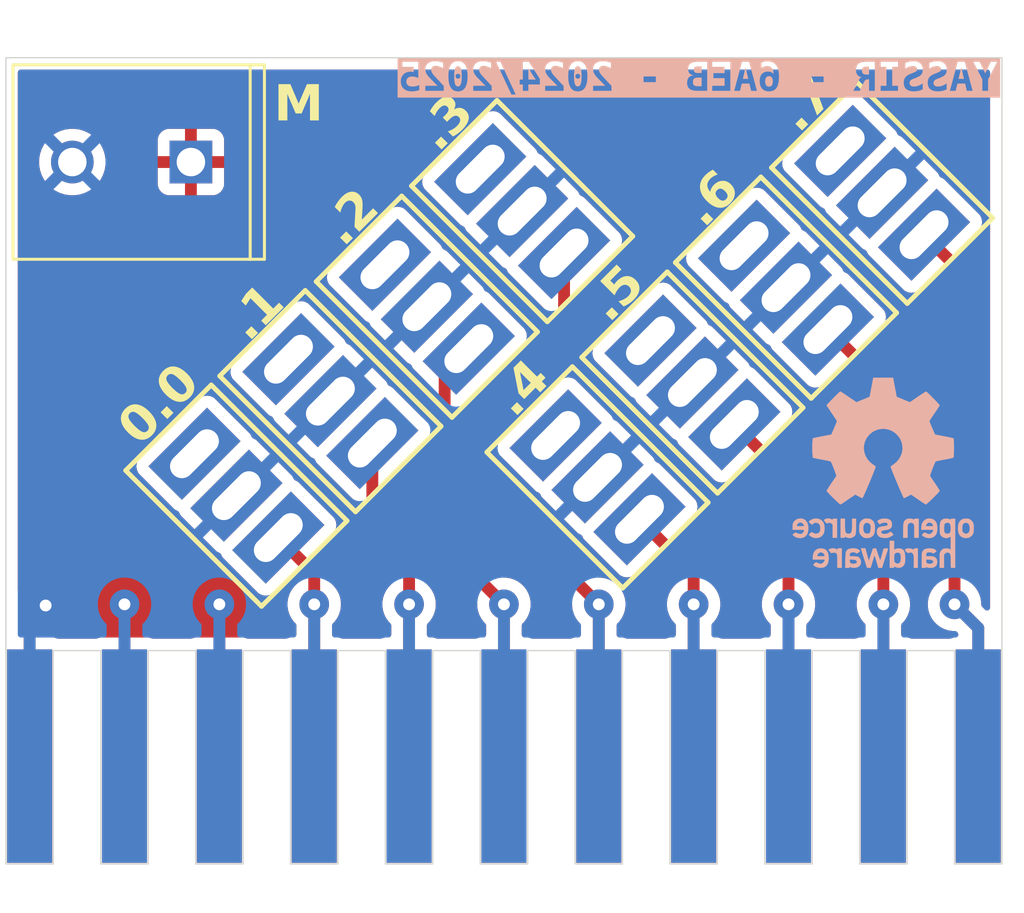
<source format=kicad_pcb>
(kicad_pcb (version 20241229) (generator "pcbnew") (generator_version "9.0")
  (layers (0 "F.Cu" signal) (2 "B.Cu" signal) (13 "F.Paste" user) (15 "B.Paste" user) (5 "F.SilkS" user "F.Silkscreen") (7 "B.SilkS" user "B.Silkscreen") (1 "F.Mask" user) (3 "B.Mask" user) (25 "Edge.Cuts" user))
  (net 0 "")
  (net 9 "Net-(J5-Pin_1)")
  (net 10 "Net-(J6-Pin_1)")
  (net 11 "Net-(J7-Pin_1)")
  (net 12 "Net-(J8-Pin_1)")
  (net 13 "Net-(J9-Pin_1)")
  (net 14 "Massa")
  (net 15 "L+")
  (net 16 "Net-(J10-Pin_1)")
  (net 17 "Net-(J11-Pin_1)")
  (net 18 "Net-(J12-Pin_1)")
  (footprint "17nct-LIB:Rand connector" (layer "F.Cu") (at 170 69.45)
    (property "Reference" "J5" (hide yes))
    (property "Value" "Conn_01x01" (hide yes))
    (pad "1" connect rect (at 0 0 90) (size 9 1.9) (layers "F.Cu" "F.Mask") (net 9 "Net-(J5-Pin_1)"))
  )
  (footprint "17nct-LIB:Rand connector" (layer "F.Cu") (at 178 69.45)
    (property "Reference" "J7" (hide yes))
    (property "Value" "Conn_01x01" (hide yes))
    (pad "1" connect rect (at 0 0 90) (size 9 1.9) (layers "F.Cu" "F.Mask") (net 11 "Net-(J7-Pin_1)"))
  )
  (footprint "17nct-LIB:Rand connector" (layer "F.Cu") (at 194 69.45)
    (property "Reference" "J11" (hide yes))
    (property "Value" "Conn_01x01" (hide yes))
    (pad "1" connect rect (at 0 0 90) (size 9 1.9) (layers "F.Cu" "F.Mask") (net 17 "Net-(J11-Pin_1)"))
  )
  (footprint "17nct-LIB:Rand connector" (layer "F.Cu") (at 158 69.45)
    (property "Reference" "J2" (hide yes))
    (property "Value" "Rand connector" (hide yes))
    (pad "1" connect rect (at 0 0 90) (size 9 1.9) (layers "F.Cu" "F.Mask") (net 15 "L+"))
  )
  (footprint "17nct-LIB:Tuimelschakelaar 8.1mm _ 5.1mm" (layer "F.Cu") (at 178.767767 46.467767 45)
    (property "Reference" "S4" (hide yes))
    (property "Value" "~")
    (pad "1" thru_hole rect (at 0 -2.5 45) (size 3.5 2) (drill oval 2.5 1) (layers "*.Cu" "*.Mask"))
    (pad "2" thru_hole rect (at 0 0 45) (size 3.5 2) (drill oval 2.5 1) (layers "*.Cu" "*.Mask") (net 15 "L+"))
    (pad "3" thru_hole rect (at 0 2.5 45) (size 3.5 2) (drill oval 2.5 1) (layers "*.Cu" "*.Mask") (net 12 "Net-(J8-Pin_1)"))
  )
  (footprint "17nct-LIB:Tuimelschakelaar 8.1mm _ 5.1mm" (layer "F.Cu") (at 181.946878 57.696878 45)
    (property "Reference" "S5" (hide yes))
    (property "Value" "~")
    (pad "1" thru_hole rect (at 0 -2.5 45) (size 3.5 2) (drill oval 2.5 1) (layers "*.Cu" "*.Mask"))
    (pad "2" thru_hole rect (at 0 0 45) (size 3.5 2) (drill oval 2.5 1) (layers "*.Cu" "*.Mask") (net 15 "L+"))
    (pad "3" thru_hole rect (at 0 2.5 45) (size 3.5 2) (drill oval 2.5 1) (layers "*.Cu" "*.Mask") (net 13 "Net-(J9-Pin_1)"))
  )
  (footprint "17nct-LIB:TE_282836-2" (layer "F.Cu") (at 162.3 44.4 180)
    (property "Reference" "J1" (hide yes))
    (property "Value" "1*02")
    (pad "1" thru_hole rect (at -2.5 0 180) (size 1.8 1.8) (drill 1.2) (layers "*.Cu" "*.Mask") (net 14 "Massa"))
    (pad "2" thru_hole circle (at 2.5 0 180) (size 1.8 1.8) (drill 1.2) (layers "*.Cu" "*.Mask") (net 15 "L+"))
  )
  (footprint "17nct-LIB:Tuimelschakelaar 8.1mm _ 5.1mm" (layer "F.Cu") (at 193.946878 45.696878 45)
    (property "Reference" "S8" (hide yes))
    (property "Value" "~")
    (pad "1" thru_hole rect (at 0 -2.5 45) (size 3.5 2) (drill oval 2.5 1) (layers "*.Cu" "*.Mask"))
    (pad "2" thru_hole rect (at 0 0 45) (size 3.5 2) (drill oval 2.5 1) (layers "*.Cu" "*.Mask") (net 15 "L+"))
    (pad "3" thru_hole rect (at 0 2.5 45) (size 3.5 2) (drill oval 2.5 1) (layers "*.Cu" "*.Mask") (net 18 "Net-(J12-Pin_1)"))
  )
  (footprint "17nct-LIB:Tuimelschakelaar 8.1mm _ 5.1mm" (layer "F.Cu") (at 170.682233 54.482233 45)
    (property "Reference" "S2" (hide yes))
    (property "Value" "~")
    (pad "1" thru_hole rect (at 0 -2.5 45) (size 3.5 2) (drill oval 2.5 1) (layers "*.Cu" "*.Mask"))
    (pad "2" thru_hole rect (at 0 0 45) (size 3.5 2) (drill oval 2.5 1) (layers "*.Cu" "*.Mask") (net 15 "L+"))
    (pad "3" thru_hole rect (at 0 2.5 45) (size 3.5 2) (drill oval 2.5 1) (layers "*.Cu" "*.Mask") (net 10 "Net-(J6-Pin_1)"))
  )
  (footprint "17nct-LIB:Rand connector" (layer "F.Cu") (at 162 69.45)
    (property "Reference" "J3" (hide yes))
    (property "Value" "Conn_01x01" (hide yes))
    (pad "1" connect rect (at 0 0 90) (size 9 1.9) (layers "F.Cu" "F.Mask") (net 14 "Massa"))
  )
  (footprint "17nct-LIB:Tuimelschakelaar 8.1mm _ 5.1mm" (layer "F.Cu") (at 174.75 50.5 45)
    (property "Reference" "S3" (hide yes))
    (property "Value" "~")
    (pad "1" thru_hole rect (at 0 -2.5 45) (size 3.5 2) (drill oval 2.5 1) (layers "*.Cu" "*.Mask"))
    (pad "2" thru_hole rect (at 0 0 45) (size 3.5 2) (drill oval 2.5 1) (layers "*.Cu" "*.Mask") (net 15 "L+"))
    (pad "3" thru_hole rect (at 0 2.5 45) (size 3.5 2) (drill oval 2.5 1) (layers "*.Cu" "*.Mask") (net 11 "Net-(J7-Pin_1)"))
  )
  (footprint "17nct-LIB:Tuimelschakelaar 8.1mm _ 5.1mm" (layer "F.Cu") (at 189.893756 49.696878 45)
    (property "Reference" "S7" (hide yes))
    (property "Value" "~")
    (pad "1" thru_hole rect (at 0 -2.5 45) (size 3.5 2) (drill oval 2.5 1) (layers "*.Cu" "*.Mask"))
    (pad "2" thru_hole rect (at 0 0 45) (size 3.5 2) (drill oval 2.5 1) (layers "*.Cu" "*.Mask") (net 15 "L+"))
    (pad "3" thru_hole rect (at 0 2.5 45) (size 3.5 2) (drill oval 2.5 1) (layers "*.Cu" "*.Mask") (net 17 "Net-(J11-Pin_1)"))
  )
  (footprint "17nct-LIB:Rand connector" (layer "F.Cu") (at 182 69.45)
    (property "Reference" "J8" (hide yes))
    (property "Value" "Conn_01x01" (hide yes))
    (pad "1" connect rect (at 0 0 90) (size 9 1.9) (layers "F.Cu" "F.Mask") (net 12 "Net-(J8-Pin_1)"))
  )
  (footprint "17nct-LIB:Tuimelschakelaar 8.1mm _ 5.1mm" (layer "F.Cu") (at 185.946878 53.696878 45)
    (property "Reference" "S6" (hide yes))
    (property "Value" "~")
    (pad "1" thru_hole rect (at 0 -2.5 45) (size 3.5 2) (drill oval 2.5 1) (layers "*.Cu" "*.Mask"))
    (pad "2" thru_hole rect (at 0 0 45) (size 3.5 2) (drill oval 2.5 1) (layers "*.Cu" "*.Mask") (net 15 "L+"))
    (pad "3" thru_hole rect (at 0 2.5 45) (size 3.5 2) (drill oval 2.5 1) (layers "*.Cu" "*.Mask") (net 16 "Net-(J10-Pin_1)"))
  )
  (footprint "17nct-LIB:Rand connector" (layer "F.Cu") (at 174 69.45)
    (property "Reference" "J6" (hide yes))
    (property "Value" "Conn_01x01" (hide yes))
    (pad "1" connect rect (at 0 0 90) (size 9 1.9) (layers "F.Cu" "F.Mask") (net 10 "Net-(J6-Pin_1)"))
  )
  (footprint "17nct-LIB:Rand connector" (layer "F.Cu") (at 190 69.45)
    (property "Reference" "J10" (hide yes))
    (property "Value" "Conn_01x01" (hide yes))
    (pad "1" connect rect (at 0 0 90) (size 9 1.9) (layers "F.Cu" "F.Mask") (net 16 "Net-(J10-Pin_1)"))
  )
  (footprint "17nct-LIB:Tuimelschakelaar 8.1mm _ 5.1mm" (layer "F.Cu") (at 166.717767 58.467767 45)
    (property "Reference" "S1" (hide yes))
    (property "Value" "~")
    (pad "1" thru_hole rect (at 0 -2.5 45) (size 3.5 2) (drill oval 2.5 1) (layers "*.Cu" "*.Mask"))
    (pad "2" thru_hole rect (at 0 0 45) (size 3.5 2) (drill oval 2.5 1) (layers "*.Cu" "*.Mask") (net 15 "L+"))
    (pad "3" thru_hole rect (at 0 2.5 45) (size 3.5 2) (drill oval 2.5 1) (layers "*.Cu" "*.Mask") (net 9 "Net-(J5-Pin_1)"))
  )
  (footprint "17nct-LIB:Rand connector" (layer "F.Cu") (at 186 69.45)
    (property "Reference" "J9" (hide yes))
    (property "Value" "Conn_01x01" (hide yes))
    (pad "1" connect rect (at 0 0 90) (size 9 1.9) (layers "F.Cu" "F.Mask") (net 13 "Net-(J9-Pin_1)"))
  )
  (footprint "17nct-LIB:Rand connector" (layer "F.Cu") (at 198 69.45)
    (property "Reference" "J12" (hide yes))
    (property "Value" "Conn_01x01" (hide yes))
    (pad "1" connect rect (at 0 0 90) (size 9 1.9) (layers "F.Cu" "F.Mask") (net 18 "Net-(J12-Pin_1)"))
  )
  (footprint "17nct-LIB:Rand connector" (layer "F.Cu") (at 166 69.45)
    (property "Reference" "J4" (hide yes))
    (property "Value" "Conn_01x01" (hide yes))
    (pad "1" connect rect (at 0 0 90) (size 9 1.9) (layers "F.Cu" "F.Mask") (net 14 "Massa"))
  )
  (footprint "17nct-LIB:Rand connector" (layer "B.Cu") (at 198 69.45 180)
    (property "Reference" "J12" (hide yes))
    (property "Value" "Conn_01x01" (hide yes))
    (pad "1" connect rect (at 0 0 90) (size 9 1.9) (layers "B.Cu" "B.Mask") (net 18 "Net-(J12-Pin_1)"))
  )
  (footprint "17nct-LIB:Rand connector" (layer "B.Cu") (at 158 69.45 180)
    (property "Reference" "J2" (hide yes))
    (property "Value" "Rand connector" (hide yes))
    (pad "1" connect rect (at 0 0 90) (size 9 1.9) (layers "B.Cu" "B.Mask") (net 15 "L+"))
  )
  (footprint "17nct-LIB:Rand connector" (layer "B.Cu") (at 162 69.45 180)
    (property "Reference" "J3" (hide yes))
    (property "Value" "Conn_01x01" (hide yes))
    (pad "1" connect rect (at 0 0 90) (size 9 1.9) (layers "B.Cu" "B.Mask") (net 14 "Massa"))
  )
  (footprint "17nct-LIB:Rand connector" (layer "B.Cu") (at 178 69.45 180)
    (property "Reference" "J7" (hide yes))
    (property "Value" "Conn_01x01" (hide yes))
    (pad "1" connect rect (at 0 0 90) (size 9 1.9) (layers "B.Cu" "B.Mask") (net 11 "Net-(J7-Pin_1)"))
  )
  (footprint "17nct-LIB:Rand connector" (layer "B.Cu") (at 166 69.45 180)
    (property "Reference" "J4" (hide yes))
    (property "Value" "Conn_01x01" (hide yes))
    (pad "1" connect rect (at 0 0 90) (size 9 1.9) (layers "B.Cu" "B.Mask") (net 14 "Massa"))
  )
  (footprint "17nct-LIB:Rand connector" (layer "B.Cu") (at 182 69.45 180)
    (property "Reference" "J8" (hide yes))
    (property "Value" "Conn_01x01" (hide yes))
    (pad "1" connect rect (at 0 0 90) (size 9 1.9) (layers "B.Cu" "B.Mask") (net 12 "Net-(J8-Pin_1)"))
  )
  (footprint "17nct-LIB:Rand connector" (layer "B.Cu") (at 194 69.45 180)
    (property "Reference" "J11" (hide yes))
    (property "Value" "Conn_01x01" (hide yes))
    (pad "1" connect rect (at 0 0 90) (size 9 1.9) (layers "B.Cu" "B.Mask") (net 17 "Net-(J11-Pin_1)"))
  )
  (footprint "17nct-LIB:Rand connector" (layer "B.Cu") (at 170 69.45 180)
    (property "Reference" "J5" (hide yes))
    (property "Value" "Conn_01x01" (hide yes))
    (pad "1" connect rect (at 0 0 90) (size 9 1.9) (layers "B.Cu" "B.Mask") (net 9 "Net-(J5-Pin_1)"))
  )
  (footprint "17nct-LIB:Rand connector" (layer "B.Cu") (at 174 69.45 180)
    (property "Reference" "J6" (hide yes))
    (property "Value" "Conn_01x01" (hide yes))
    (pad "1" connect rect (at 0 0 90) (size 9 1.9) (layers "B.Cu" "B.Mask") (net 10 "Net-(J6-Pin_1)"))
  )
  (footprint "17nct-LIB:Rand connector" (layer "B.Cu") (at 190 69.45 180)
    (property "Reference" "J10" (hide yes))
    (property "Value" "Conn_01x01" (hide yes))
    (pad "1" connect rect (at 0 0 90) (size 9 1.9) (layers "B.Cu" "B.Mask") (net 16 "Net-(J10-Pin_1)"))
  )
  (footprint "17nct-LIB:Rand connector" (layer "B.Cu") (at 186 69.45 180)
    (property "Reference" "J9" (hide yes))
    (property "Value" "Conn_01x01" (hide yes))
    (pad "1" connect rect (at 0 0 90) (size 9 1.9) (layers "B.Cu" "B.Mask") (net 13 "Net-(J9-Pin_1)"))
  )
  (footprint "Symbol:OSHW-Logo_7.5x8mm_SilkScreen" (layer "B.Cu") (at 194 57.5 180)
    (property "Reference" "REF**" (hide yes))
    (property "Value" "OSHW-Logo_7.5x8mm_SilkScreen" (hide yes))
  )
  (gr_line (start 187 65) (end 189 65) (stroke (width 0.05)) (layer "Edge.Cuts"))
  (gr_line (start 175 65) (end 177 65) (stroke (width 0.05)) (layer "Edge.Cuts"))
  (gr_line (start 193 65) (end 193 74) (stroke (width 0.05)) (layer "Edge.Cuts"))
  (gr_line (start 191 65) (end 193 65) (stroke (width 0.05)) (layer "Edge.Cuts"))
  (gr_line (start 185 74) (end 187 74) (stroke (width 0.05)) (layer "Edge.Cuts"))
  (gr_line (start 189 65) (end 189 74) (stroke (width 0.05)) (layer "Edge.Cuts"))
  (gr_line (start 163 74) (end 163 65) (stroke (width 0.05)) (layer "Edge.Cuts"))
  (gr_line (start 173 65) (end 173 74) (stroke (width 0.05)) (layer "Edge.Cuts"))
  (gr_line (start 183 65) (end 185 65) (stroke (width 0.05)) (layer "Edge.Cuts"))
  (gr_line (start 181 65) (end 181 74) (stroke (width 0.05)) (layer "Edge.Cuts"))
  (gr_line (start 183 74) (end 183 65) (stroke (width 0.05)) (layer "Edge.Cuts"))
  (gr_line (start 165 65) (end 165 74) (stroke (width 0.05)) (layer "Edge.Cuts"))
  (gr_line (start 191 74) (end 191 65) (stroke (width 0.05)) (layer "Edge.Cuts"))
  (gr_line (start 193 74) (end 195 74) (stroke (width 0.05)) (layer "Edge.Cuts"))
  (gr_line (start 177 74) (end 179 74) (stroke (width 0.05)) (layer "Edge.Cuts"))
  (gr_line (start 197 74) (end 199 74) (stroke (width 0.05)) (layer "Edge.Cuts"))
  (gr_line (start 165 74) (end 167 74) (stroke (width 0.05)) (layer "Edge.Cuts"))
  (gr_line (start 171 65) (end 173 65) (stroke (width 0.05)) (layer "Edge.Cuts"))
  (gr_line (start 189 74) (end 191 74) (stroke (width 0.05)) (layer "Edge.Cuts"))
  (gr_line (start 175 74) (end 175 65) (stroke (width 0.05)) (layer "Edge.Cuts"))
  (gr_line (start 199 40) (end 157 40) (stroke (width 0.05)) (layer "Edge.Cuts"))
  (gr_line (start 163 65) (end 165 65) (stroke (width 0.05)) (layer "Edge.Cuts"))
  (gr_line (start 157 40) (end 157 74) (stroke (width 0.05)) (layer "Edge.Cuts"))
  (gr_line (start 199 40) (end 199 65) (stroke (width 0.05)) (layer "Edge.Cuts"))
  (gr_line (start 199 74) (end 199 65) (stroke (width 0.05)) (layer "Edge.Cuts"))
  (gr_line (start 167 65) (end 169 65) (stroke (width 0.05)) (layer "Edge.Cuts"))
  (gr_line (start 187 74) (end 187 65) (stroke (width 0.05)) (layer "Edge.Cuts"))
  (gr_line (start 173 74) (end 175 74) (stroke (width 0.05)) (layer "Edge.Cuts"))
  (gr_line (start 169 65) (end 169 74) (stroke (width 0.05)) (layer "Edge.Cuts"))
  (gr_line (start 159 74) (end 159 65) (stroke (width 0.05)) (layer "Edge.Cuts"))
  (gr_line (start 169 74) (end 171 74) (stroke (width 0.05)) (layer "Edge.Cuts"))
  (gr_line (start 185 65) (end 185 74) (stroke (width 0.05)) (layer "Edge.Cuts"))
  (gr_line (start 167 74) (end 167 65) (stroke (width 0.05)) (layer "Edge.Cuts"))
  (gr_line (start 161 74) (end 163 74) (stroke (width 0.05)) (layer "Edge.Cuts"))
  (gr_line (start 181 74) (end 183 74) (stroke (width 0.05)) (layer "Edge.Cuts"))
  (gr_line (start 179 74) (end 179 65) (stroke (width 0.05)) (layer "Edge.Cuts"))
  (gr_line (start 161 65) (end 161 74) (stroke (width 0.05)) (layer "Edge.Cuts"))
  (gr_line (start 179 65) (end 181 65) (stroke (width 0.05)) (layer "Edge.Cuts"))
  (gr_line (start 197 65) (end 197 74) (stroke (width 0.05)) (layer "Edge.Cuts"))
  (gr_line (start 159 65) (end 161 65) (stroke (width 0.05)) (layer "Edge.Cuts"))
  (gr_line (start 177 65) (end 177 74) (stroke (width 0.05)) (layer "Edge.Cuts"))
  (gr_line (start 157 74) (end 159 74) (stroke (width 0.05)) (layer "Edge.Cuts"))
  (gr_line (start 195 74) (end 195 65) (stroke (width 0.05)) (layer "Edge.Cuts"))
  (gr_line (start 171 74) (end 171 65) (stroke (width 0.05)) (layer "Edge.Cuts"))
  (gr_line (start 195 65) (end 197 65) (stroke (width 0.05)) (layer "Edge.Cuts"))
  (gr_text ".5" (at 182.6 51.4 45) (layer "F.SilkS") (effects (font (size 1.5 1.5) (thickness 0.3) (bold yes)) (justify left bottom)))
  (gr_text ".6" (at 186.6 47.4 45) (layer "F.SilkS") (effects (font (size 1.5 1.5) (thickness 0.3) (bold yes)) (justify left bottom)))
  (gr_text ".4" (at 178.6 55.4 45) (layer "F.SilkS") (effects (font (size 1.5 1.5) (thickness 0.3) (bold yes)) (justify left bottom)))
  (gr_text ".1" (at 167.4 52.2 45) (layer "F.SilkS") (effects (font (size 1.5 1.5) (thickness 0.3) (bold yes)) (justify left bottom)))
  (gr_text "M" (at 168.3 42.9 0) (layer "F.SilkS") (effects (font (size 1.5 1.5) (thickness 0.3) (bold yes)) (justify left bottom)))
  (gr_text "0.0" (at 162.8 56.6 45) (layer "F.SilkS") (effects (font (size 1.5 1.5) (thickness 0.3) (bold yes)) (justify left bottom)))
  (gr_text ".3" (at 175.4 44.2 45) (layer "F.SilkS") (effects (font (size 1.5 1.5) (thickness 0.3) (bold yes)) (justify left bottom)))
  (gr_text ".2" (at 171.4 48.2 45) (layer "F.SilkS") (effects (font (size 1.5 1.5) (thickness 0.3) (bold yes)) (justify left bottom)))
  (gr_text ".7" (at 190.6 43.4 45) (layer "F.SilkS") (effects (font (size 1.5 1.5) (thickness 0.3) (bold yes)) (justify left bottom)))
  (gr_text "YASSIR - 6AEB - 2024/2025" (at 198.8 41.6 0) (layer "B.SilkS" knockout) (effects (font (size 1.2 1.2) (thickness 0.25) (bold yes)) (justify left bottom mirror)))
  (segment (start 170 63.05) (end 170 69.45) (width 0.5) (layer "F.Cu") (net 9))
  (segment (start 170 61.75) (end 168.485534 60.235534) (width 0.5) (layer "F.Cu") (net 9))
  (segment (start 170 63.05) (end 170 61.75) (width 0.5) (layer "F.Cu") (net 9))
  (via (at 170 63.05) (size 1.25) (drill 0.5) (layers "F.Cu" "B.Cu") (net 9))
  (segment (start 170 63.05) (end 170 69.45) (width 0.5) (layer "B.Cu") (net 9))
  (segment (start 174 63.05) (end 174 69.45) (width 0.5) (layer "F.Cu") (net 10))
  (segment (start 172.45 56.25) (end 172.45 59.9) (width 0.5) (layer "F.Cu") (net 10))
  (segment (start 172.45 59.9) (end 174 61.45) (width 0.5) (layer "F.Cu") (net 10))
  (segment (start 174 61.45) (end 174 63.05) (width 0.5) (layer "F.Cu") (net 10))
  (via (at 174 63.05) (size 1.25) (drill 0.5) (layers "F.Cu" "B.Cu") (net 10))
  (segment (start 174 63.05) (end 174 69.45) (width 0.5) (layer "B.Cu") (net 10))
  (segment (start 178 63.05) (end 175.5 60.55) (width 0.5) (layer "F.Cu") (net 11))
  (segment (start 175.5 53.285534) (end 176.517767 52.267767) (width 0.5) (layer "F.Cu") (net 11))
  (segment (start 175.5 60.55) (end 175.5 53.285534) (width 0.5) (layer "F.Cu") (net 11))
  (segment (start 178 63.05) (end 178 69.45) (width 0.5) (layer "F.Cu") (net 11))
  (via (at 178 63.05) (size 1.25) (drill 0.5) (layers "F.Cu" "B.Cu") (net 11))
  (segment (start 178 63.05) (end 178 69.45) (width 0.5) (layer "B.Cu") (net 11))
  (segment (start 176.9 57.95) (end 176.9 55.25) (width 0.5) (layer "F.Cu") (net 12))
  (segment (start 182 63.05) (end 176.9 57.95) (width 0.5) (layer "F.Cu") (net 12))
  (segment (start 180.535534 51.614466) (end 180.535534 48.235534) (width 0.5) (layer "F.Cu") (net 12))
  (segment (start 176.9 55.25) (end 180.535534 51.614466) (width 0.5) (layer "F.Cu") (net 12))
  (segment (start 182 63.05) (end 182 69.45) (width 0.5) (layer "F.Cu") (net 12))
  (via (at 182 63.05) (size 1.25) (drill 0.5) (layers "F.Cu" "B.Cu") (net 12))
  (segment (start 182 63.05) (end 182 69.45) (width 0.5) (layer "B.Cu") (net 12))
  (segment (start 186 63.05) (end 186 69.45) (width 0.5) (layer "F.Cu") (net 13))
  (segment (start 186 63.05) (end 186 61.75) (width 0.5) (layer "F.Cu") (net 13))
  (segment (start 186 61.75) (end 183.714645 59.464645) (width 0.5) (layer "F.Cu") (net 13))
  (via (at 186 63.05) (size 1.25) (drill 0.5) (layers "F.Cu" "B.Cu") (net 13))
  (segment (start 186 63.05) (end 186 69.45) (width 0.5) (layer "B.Cu") (net 13))
  (segment (start 162 63.05) (end 162 69.45) (width 0.5) (layer "F.Cu") (net 14))
  (segment (start 166 63.05) (end 166 69.45) (width 0.5) (layer "F.Cu") (net 14))
  (via (at 166 63.05) (size 1.25) (drill 0.5) (layers "F.Cu" "B.Cu") (net 14))
  (via (at 162 63.05) (size 1.25) (drill 0.5) (layers "F.Cu" "B.Cu") (net 14))
  (segment (start 166 63.05) (end 166 69.45) (width 0.5) (layer "B.Cu") (net 14))
  (segment (start 162 69.45) (end 162 63.05) (width 0.5) (layer "B.Cu") (net 14))
  (segment (start 158 63.775) (end 158 69.45) (width 0.5) (layer "F.Cu") (net 15))
  (segment (start 158.675 63.1) (end 158 63.775) (width 0.5) (layer "F.Cu") (net 15))
  (via (at 158.675 63.1) (size 1.25) (drill 0.5) (layers "F.Cu" "B.Cu") (net 15))
  (segment (start 158 63.775) (end 158 69.45) (width 0.5) (layer "B.Cu") (net 15))
  (segment (start 158.675 63.1) (end 158 63.775) (width 0.5) (layer "B.Cu") (net 15))
  (segment (start 190 63.05) (end 190 57.75) (width 0.5) (layer "F.Cu") (net 16))
  (segment (start 190 63.05) (end 190 69.45) (width 0.5) (layer "F.Cu") (net 16))
  (segment (start 190 57.75) (end 187.714645 55.464645) (width 0.5) (layer "F.Cu") (net 16))
  (via (at 190 63.05) (size 1.25) (drill 0.5) (layers "F.Cu" "B.Cu") (net 16))
  (segment (start 190 63.05) (end 190 69.45) (width 0.5) (layer "B.Cu") (net 16))
  (segment (start 194 53.8) (end 193.4 53.2) (width 0.5) (layer "F.Cu") (net 17))
  (segment (start 193.396878 53.2) (end 191.661523 51.464645) (width 0.5) (layer "F.Cu") (net 17))
  (segment (start 194 63.05) (end 194 53.8) (width 0.5) (layer "F.Cu") (net 17))
  (segment (start 193.4 53.2) (end 193.396878 53.2) (width 0.5) (layer "F.Cu") (net 17))
  (segment (start 194 63.05) (end 194 69.45) (width 0.5) (layer "F.Cu") (net 17))
  (via (at 194 63.05) (size 1.25) (drill 0.5) (layers "F.Cu" "B.Cu") (net 17))
  (segment (start 194 63.05) (end 194 69.45) (width 0.5) (layer "B.Cu") (net 17))
  (segment (start 195.714645 47.464645) (end 197 48.75) (width 0.5) (layer "F.Cu") (net 18))
  (segment (start 198 64.05) (end 198 69.45) (width 0.5) (layer "F.Cu") (net 18))
  (segment (start 197 48.75) (end 197 63.05) (width 0.5) (layer "F.Cu") (net 18))
  (segment (start 197 63.05) (end 198 64.05) (width 0.5) (layer "F.Cu") (net 18))
  (via (at 197 63.05) (size 1.25) (drill 0.5) (layers "F.Cu" "B.Cu") (net 18))
  (segment (start 198 64.05) (end 198 69.45) (width 0.5) (layer "B.Cu") (net 18))
  (segment (start 197 63.05) (end 198 64.05) (width 0.5) (layer "B.Cu") (net 18))
  (zone (net 14) (net_name "Massa") (layer "F.Cu") (priority 1) (connect_pads (clearance 0.5)) (min_thickness 0.25) (fill yes (thermal_gap 0.5) (thermal_bridge_width 0.5) (island_removal_mode 1) (island_area_min 10))
    (polygon (pts (xy 160.8 64.5) (xy 160.8 74.2) (xy 167.2 74.2) (xy 167.2 64.5) (xy 199.2 64.5) (xy 199.2 39.85) (xy 156.75 39.85) (xy 156.75 64.5)))
  )
  (zone (net 15) (net_name "L+") (layer "B.Cu") (connect_pads (clearance 0.5)) (min_thickness 0.25) (fill yes (thermal_gap 0.5) (thermal_bridge_width 0.5))
    (polygon (pts (xy 159.25 74.2) (xy 156.75 74.2) (xy 156.75 39.85) (xy 199.2 39.85) (xy 199.2 64.5) (xy 159.25 64.5)))
  )
)
</source>
